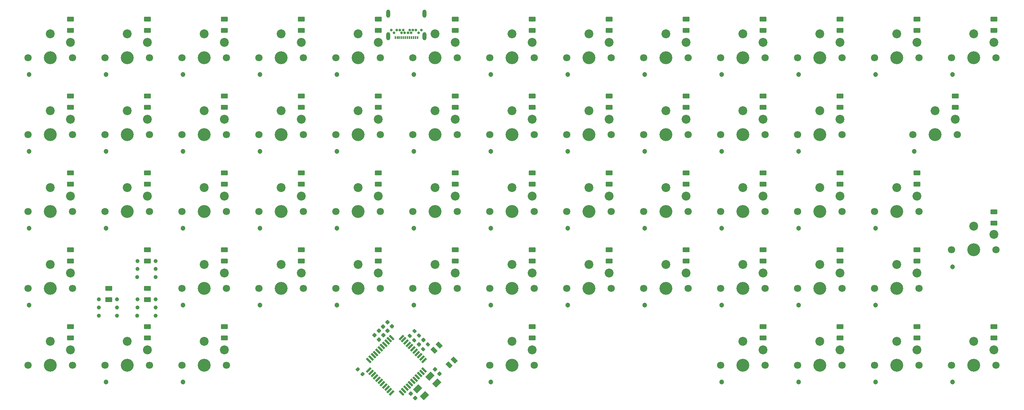
<source format=gbr>
%TF.GenerationSoftware,KiCad,Pcbnew,6.0.2-378541a8eb~116~ubuntu20.04.1*%
%TF.CreationDate,2022-02-22T21:10:34+00:00*%
%TF.ProjectId,Orthodox,4f727468-6f64-46f7-982e-6b696361645f,rev?*%
%TF.SameCoordinates,Original*%
%TF.FileFunction,Soldermask,Bot*%
%TF.FilePolarity,Negative*%
%FSLAX46Y46*%
G04 Gerber Fmt 4.6, Leading zero omitted, Abs format (unit mm)*
G04 Created by KiCad (PCBNEW 6.0.2-378541a8eb~116~ubuntu20.04.1) date 2022-02-22 21:10:34*
%MOMM*%
%LPD*%
G01*
G04 APERTURE LIST*
G04 Aperture macros list*
%AMRoundRect*
0 Rectangle with rounded corners*
0 $1 Rounding radius*
0 $2 $3 $4 $5 $6 $7 $8 $9 X,Y pos of 4 corners*
0 Add a 4 corners polygon primitive as box body*
4,1,4,$2,$3,$4,$5,$6,$7,$8,$9,$2,$3,0*
0 Add four circle primitives for the rounded corners*
1,1,$1+$1,$2,$3*
1,1,$1+$1,$4,$5*
1,1,$1+$1,$6,$7*
1,1,$1+$1,$8,$9*
0 Add four rect primitives between the rounded corners*
20,1,$1+$1,$2,$3,$4,$5,0*
20,1,$1+$1,$4,$5,$6,$7,0*
20,1,$1+$1,$6,$7,$8,$9,0*
20,1,$1+$1,$8,$9,$2,$3,0*%
%AMRotRect*
0 Rectangle, with rotation*
0 The origin of the aperture is its center*
0 $1 length*
0 $2 width*
0 $3 Rotation angle, in degrees counterclockwise*
0 Add horizontal line*
21,1,$1,$2,0,0,$3*%
G04 Aperture macros list end*
%ADD10C,3.200000*%
%ADD11C,1.800000*%
%ADD12C,2.200000*%
%ADD13C,1.200000*%
%ADD14C,1.000000*%
%ADD15RoundRect,0.250000X-0.625000X0.375000X-0.625000X-0.375000X0.625000X-0.375000X0.625000X0.375000X0*%
%ADD16RoundRect,0.200000X0.335876X0.053033X0.053033X0.335876X-0.335876X-0.053033X-0.053033X-0.335876X0*%
%ADD17C,0.650000*%
%ADD18R,0.350000X0.700000*%
%ADD19O,1.000000X2.000000*%
%ADD20RoundRect,0.225000X0.335876X0.017678X0.017678X0.335876X-0.335876X-0.017678X-0.017678X-0.335876X0*%
%ADD21RotRect,1.500000X0.550000X225.000000*%
%ADD22RotRect,1.500000X0.550000X135.000000*%
%ADD23RoundRect,0.225000X-0.017678X0.335876X-0.335876X0.017678X0.017678X-0.335876X0.335876X-0.017678X0*%
%ADD24RoundRect,0.225000X0.017678X-0.335876X0.335876X-0.017678X-0.017678X0.335876X-0.335876X0.017678X0*%
%ADD25RoundRect,0.200000X-0.053033X0.335876X-0.335876X0.053033X0.053033X-0.335876X0.335876X-0.053033X0*%
%ADD26RotRect,1.550000X1.000000X135.000000*%
%ADD27RotRect,1.800000X1.400000X45.000000*%
%ADD28RoundRect,0.225000X-0.335876X-0.017678X-0.017678X-0.335876X0.335876X0.017678X0.017678X0.335876X0*%
G04 APERTURE END LIST*
D10*
%TO.C,SW51*%
X92250000Y-170930000D03*
D11*
X86750000Y-170930000D03*
X97750000Y-170930000D03*
D12*
X92250000Y-165030000D03*
X97250000Y-167130000D03*
%TD*%
D11*
%TO.C,SW2*%
X105800000Y-94730000D03*
X116800000Y-94730000D03*
D13*
X106080000Y-98930000D03*
D10*
X111300000Y-94730000D03*
D12*
X111300000Y-88830000D03*
X116300000Y-90930000D03*
%TD*%
D11*
%TO.C,SW3*%
X135850000Y-94730000D03*
D13*
X125130000Y-98930000D03*
D10*
X130350000Y-94730000D03*
D11*
X124850000Y-94730000D03*
D12*
X130350000Y-88830000D03*
X135350000Y-90930000D03*
%TD*%
D13*
%TO.C,SW4*%
X144180000Y-98930000D03*
D10*
X149400000Y-94730000D03*
D11*
X143900000Y-94730000D03*
X154900000Y-94730000D03*
D12*
X149400000Y-88830000D03*
X154400000Y-90930000D03*
%TD*%
D11*
%TO.C,SW5*%
X173950000Y-94730000D03*
D13*
X163230000Y-98930000D03*
D11*
X162950000Y-94730000D03*
D10*
X168450000Y-94730000D03*
D12*
X168450000Y-88830000D03*
X173450000Y-90930000D03*
%TD*%
D11*
%TO.C,SW6*%
X193000000Y-94730000D03*
D13*
X182280000Y-98930000D03*
D10*
X187500000Y-94730000D03*
D11*
X182000000Y-94730000D03*
D12*
X187500000Y-88830000D03*
X192500000Y-90930000D03*
%TD*%
D11*
%TO.C,SW7*%
X201050000Y-94730000D03*
X212050000Y-94730000D03*
D10*
X206550000Y-94730000D03*
D13*
X201330000Y-98930000D03*
D12*
X206550000Y-88830000D03*
X211550000Y-90930000D03*
%TD*%
D10*
%TO.C,SW8*%
X225600000Y-94730000D03*
D11*
X220100000Y-94730000D03*
X231100000Y-94730000D03*
D13*
X220380000Y-98930000D03*
D12*
X225600000Y-88830000D03*
X230600000Y-90930000D03*
%TD*%
D11*
%TO.C,SW9*%
X250150000Y-94730000D03*
X239150000Y-94730000D03*
D10*
X244650000Y-94730000D03*
D13*
X239430000Y-98930000D03*
D12*
X244650000Y-88830000D03*
X249650000Y-90930000D03*
%TD*%
D11*
%TO.C,SW10*%
X258200000Y-94730000D03*
D10*
X263700000Y-94730000D03*
D13*
X258480000Y-98930000D03*
D11*
X269200000Y-94730000D03*
D12*
X263700000Y-88830000D03*
X268700000Y-90930000D03*
%TD*%
D11*
%TO.C,SW11*%
X277250000Y-94730000D03*
D10*
X282750000Y-94730000D03*
D11*
X288250000Y-94730000D03*
D13*
X277530000Y-98930000D03*
D12*
X282750000Y-88830000D03*
X287750000Y-90930000D03*
%TD*%
D11*
%TO.C,SW12*%
X296300000Y-94730000D03*
D13*
X296580000Y-98930000D03*
D10*
X301800000Y-94730000D03*
D11*
X307300000Y-94730000D03*
D12*
X301800000Y-88830000D03*
X306800000Y-90930000D03*
%TD*%
D10*
%TO.C,SW15*%
X111300000Y-113780000D03*
D11*
X105800000Y-113780000D03*
X116800000Y-113780000D03*
D13*
X106080000Y-117980000D03*
D12*
X111300000Y-107880000D03*
X116300000Y-109980000D03*
%TD*%
D11*
%TO.C,SW16*%
X124850000Y-113780000D03*
X135850000Y-113780000D03*
D10*
X130350000Y-113780000D03*
D13*
X125130000Y-117980000D03*
D12*
X130350000Y-107880000D03*
X135350000Y-109980000D03*
%TD*%
D11*
%TO.C,SW17*%
X154900000Y-113780000D03*
D10*
X149400000Y-113780000D03*
D11*
X143900000Y-113780000D03*
D13*
X144180000Y-117980000D03*
D12*
X149400000Y-107880000D03*
X154400000Y-109980000D03*
%TD*%
D13*
%TO.C,SW18*%
X163230000Y-117980000D03*
D11*
X173950000Y-113780000D03*
D10*
X168450000Y-113780000D03*
D11*
X162950000Y-113780000D03*
D12*
X168450000Y-107880000D03*
X173450000Y-109980000D03*
%TD*%
D11*
%TO.C,SW19*%
X182000000Y-113780000D03*
X193000000Y-113780000D03*
D10*
X187500000Y-113780000D03*
D13*
X182280000Y-117980000D03*
D12*
X187500000Y-107880000D03*
X192500000Y-109980000D03*
%TD*%
D10*
%TO.C,SW20*%
X206550000Y-113780000D03*
D11*
X212050000Y-113780000D03*
X201050000Y-113780000D03*
D13*
X201330000Y-117980000D03*
D12*
X206550000Y-107880000D03*
X211550000Y-109980000D03*
%TD*%
D11*
%TO.C,SW21*%
X231100000Y-113780000D03*
D10*
X225600000Y-113780000D03*
D11*
X220100000Y-113780000D03*
D13*
X220380000Y-117980000D03*
D12*
X225600000Y-107880000D03*
X230600000Y-109980000D03*
%TD*%
D11*
%TO.C,SW22*%
X250150000Y-113780000D03*
D10*
X244650000Y-113780000D03*
D11*
X239150000Y-113780000D03*
D13*
X239430000Y-117980000D03*
D12*
X244650000Y-107880000D03*
X249650000Y-109980000D03*
%TD*%
D13*
%TO.C,SW23*%
X258480000Y-117980000D03*
D11*
X258200000Y-113780000D03*
X269200000Y-113780000D03*
D10*
X263700000Y-113780000D03*
D12*
X263700000Y-107880000D03*
X268700000Y-109980000D03*
%TD*%
D10*
%TO.C,SW27*%
X111300000Y-132830000D03*
D11*
X116800000Y-132830000D03*
X105800000Y-132830000D03*
D13*
X106080000Y-137030000D03*
D12*
X111300000Y-126930000D03*
X116300000Y-129030000D03*
%TD*%
D11*
%TO.C,SW29*%
X143900000Y-132830000D03*
D10*
X149400000Y-132830000D03*
D13*
X144180000Y-137030000D03*
D11*
X154900000Y-132830000D03*
D12*
X149400000Y-126930000D03*
X154400000Y-129030000D03*
%TD*%
D11*
%TO.C,SW30*%
X162950000Y-132830000D03*
D13*
X163230000Y-137030000D03*
D11*
X173950000Y-132830000D03*
D10*
X168450000Y-132830000D03*
D12*
X168450000Y-126930000D03*
X173450000Y-129030000D03*
%TD*%
D10*
%TO.C,SW31*%
X187500000Y-132830000D03*
D11*
X193000000Y-132830000D03*
D13*
X182280000Y-137030000D03*
D11*
X182000000Y-132830000D03*
D12*
X187500000Y-126930000D03*
X192500000Y-129030000D03*
%TD*%
D11*
%TO.C,SW32*%
X212050000Y-132830000D03*
D13*
X201330000Y-137030000D03*
D10*
X206550000Y-132830000D03*
D11*
X201050000Y-132830000D03*
D12*
X206550000Y-126930000D03*
X211550000Y-129030000D03*
%TD*%
D11*
%TO.C,SW33*%
X220100000Y-132830000D03*
D13*
X220380000Y-137030000D03*
D10*
X225600000Y-132830000D03*
D11*
X231100000Y-132830000D03*
D12*
X225600000Y-126930000D03*
X230600000Y-129030000D03*
%TD*%
D10*
%TO.C,SW34*%
X244650000Y-132830000D03*
D11*
X239150000Y-132830000D03*
X250150000Y-132830000D03*
D13*
X239430000Y-137030000D03*
D12*
X244650000Y-126930000D03*
X249650000Y-129030000D03*
%TD*%
D10*
%TO.C,SW35*%
X263700000Y-132830000D03*
D13*
X258480000Y-137030000D03*
D11*
X258200000Y-132830000D03*
X269200000Y-132830000D03*
D12*
X263700000Y-126930000D03*
X268700000Y-129030000D03*
%TD*%
D11*
%TO.C,SW36*%
X277250000Y-132830000D03*
X288250000Y-132830000D03*
D13*
X277530000Y-137030000D03*
D10*
X282750000Y-132830000D03*
D12*
X282750000Y-126930000D03*
X287750000Y-129030000D03*
%TD*%
D11*
%TO.C,SW38*%
X315350000Y-142355000D03*
X326350000Y-142355000D03*
D13*
X315630000Y-146555000D03*
D10*
X320850000Y-142355000D03*
D12*
X320850000Y-136455000D03*
X325850000Y-138555000D03*
%TD*%
D11*
%TO.C,SW42*%
X143900000Y-151880000D03*
D13*
X144180000Y-156080000D03*
D11*
X154900000Y-151880000D03*
D10*
X149400000Y-151880000D03*
D12*
X149400000Y-145980000D03*
X154400000Y-148080000D03*
%TD*%
D13*
%TO.C,SW44*%
X182280000Y-156080000D03*
D10*
X187500000Y-151880000D03*
D11*
X193000000Y-151880000D03*
X182000000Y-151880000D03*
D12*
X187500000Y-145980000D03*
X192500000Y-148080000D03*
%TD*%
D13*
%TO.C,SW45*%
X201330000Y-156080000D03*
D10*
X206550000Y-151880000D03*
D11*
X212050000Y-151880000D03*
X201050000Y-151880000D03*
D12*
X206550000Y-145980000D03*
X211550000Y-148080000D03*
%TD*%
D11*
%TO.C,SW46*%
X220100000Y-151880000D03*
D13*
X220380000Y-156080000D03*
D11*
X231100000Y-151880000D03*
D10*
X225600000Y-151880000D03*
D12*
X225600000Y-145980000D03*
X230600000Y-148080000D03*
%TD*%
D10*
%TO.C,SW47*%
X244650000Y-151880000D03*
D11*
X239150000Y-151880000D03*
X250150000Y-151880000D03*
D13*
X239430000Y-156080000D03*
D12*
X244650000Y-145980000D03*
X249650000Y-148080000D03*
%TD*%
D11*
%TO.C,SW48*%
X258200000Y-151880000D03*
D10*
X263700000Y-151880000D03*
D13*
X258480000Y-156080000D03*
D11*
X269200000Y-151880000D03*
D12*
X263700000Y-145980000D03*
X268700000Y-148080000D03*
%TD*%
D11*
%TO.C,SW49*%
X277250000Y-151880000D03*
D10*
X282750000Y-151880000D03*
D13*
X277530000Y-156080000D03*
D11*
X288250000Y-151880000D03*
D12*
X282750000Y-145980000D03*
X287750000Y-148080000D03*
%TD*%
D14*
%TO.C,SW53*%
X104290000Y-154632500D03*
X104290000Y-156632500D03*
X104280000Y-158632500D03*
X108780000Y-154632500D03*
X108780000Y-156632500D03*
X108780000Y-158632500D03*
%TD*%
D11*
%TO.C,SW58*%
X277250000Y-170930000D03*
D10*
X282750000Y-170930000D03*
D13*
X277530000Y-175130000D03*
D11*
X288250000Y-170930000D03*
D12*
X282750000Y-165030000D03*
X287750000Y-167130000D03*
%TD*%
D11*
%TO.C,SW59*%
X307300000Y-170930000D03*
D10*
X301800000Y-170930000D03*
D13*
X296580000Y-175130000D03*
D11*
X296300000Y-170930000D03*
D12*
X301800000Y-165030000D03*
X306800000Y-167130000D03*
%TD*%
D13*
%TO.C,SW28*%
X125130000Y-137030000D03*
D11*
X124850000Y-132830000D03*
X135850000Y-132830000D03*
D10*
X130350000Y-132830000D03*
D12*
X130350000Y-126930000D03*
X135350000Y-129030000D03*
%TD*%
D11*
%TO.C,SW1*%
X97750000Y-94730000D03*
D13*
X87030000Y-98930000D03*
D10*
X92250000Y-94730000D03*
D11*
X86750000Y-94730000D03*
D12*
X92250000Y-88830000D03*
X97250000Y-90930000D03*
%TD*%
D11*
%TO.C,SW13*%
X326350000Y-94730000D03*
D10*
X320850000Y-94730000D03*
D13*
X315630000Y-98930000D03*
D11*
X315350000Y-94730000D03*
D12*
X320850000Y-88830000D03*
X325850000Y-90930000D03*
%TD*%
D11*
%TO.C,SW14*%
X97750000Y-113780000D03*
X86750000Y-113780000D03*
D13*
X87030000Y-117980000D03*
D10*
X92250000Y-113780000D03*
D12*
X92250000Y-107880000D03*
X97250000Y-109980000D03*
%TD*%
D11*
%TO.C,SW25*%
X316825000Y-113780000D03*
D10*
X311325000Y-113780000D03*
D11*
X305825000Y-113780000D03*
D13*
X306105000Y-117980000D03*
D12*
X311325000Y-107880000D03*
X316325000Y-109980000D03*
%TD*%
D11*
%TO.C,SW24*%
X277250000Y-113780000D03*
X288250000Y-113780000D03*
D13*
X277530000Y-117980000D03*
D10*
X282750000Y-113780000D03*
D12*
X282750000Y-107880000D03*
X287750000Y-109980000D03*
%TD*%
D10*
%TO.C,SW26*%
X92250000Y-132830000D03*
D11*
X97750000Y-132830000D03*
D13*
X87030000Y-137030000D03*
D11*
X86750000Y-132830000D03*
D12*
X92250000Y-126930000D03*
X97250000Y-129030000D03*
%TD*%
D11*
%TO.C,SW37*%
X296300000Y-132830000D03*
D10*
X301800000Y-132830000D03*
D11*
X307300000Y-132830000D03*
D13*
X296580000Y-137030000D03*
D12*
X301800000Y-126930000D03*
X306800000Y-129030000D03*
%TD*%
D13*
%TO.C,SW39*%
X87030000Y-156080000D03*
D10*
X92250000Y-151880000D03*
D11*
X97750000Y-151880000D03*
X86750000Y-151880000D03*
D12*
X92250000Y-145980000D03*
X97250000Y-148080000D03*
%TD*%
D11*
%TO.C,SW50*%
X296300000Y-151880000D03*
X307300000Y-151880000D03*
D13*
X296580000Y-156080000D03*
D10*
X301800000Y-151880000D03*
D12*
X301800000Y-145980000D03*
X306800000Y-148080000D03*
%TD*%
D10*
%TO.C,SW43*%
X168450000Y-151880000D03*
D11*
X162950000Y-151880000D03*
X173950000Y-151880000D03*
D13*
X163230000Y-156080000D03*
D12*
X168450000Y-145980000D03*
X173450000Y-148080000D03*
%TD*%
D13*
%TO.C,SW41*%
X125130000Y-156080000D03*
D11*
X124850000Y-151880000D03*
X135850000Y-151880000D03*
D10*
X130350000Y-151880000D03*
D12*
X130350000Y-145980000D03*
X135350000Y-148080000D03*
%TD*%
D11*
%TO.C,SW55*%
X135850000Y-170930000D03*
X124850000Y-170930000D03*
D10*
X130350000Y-170930000D03*
D13*
X125130000Y-175130000D03*
D12*
X130350000Y-165030000D03*
X135350000Y-167130000D03*
%TD*%
D10*
%TO.C,SW52*%
X111300000Y-170930000D03*
D11*
X105800000Y-170930000D03*
X116800000Y-170930000D03*
D13*
X106080000Y-175130000D03*
D12*
X111300000Y-165030000D03*
X116300000Y-167130000D03*
%TD*%
D13*
%TO.C,SW57*%
X258480000Y-175130000D03*
D11*
X258200000Y-170930000D03*
X269200000Y-170930000D03*
D10*
X263700000Y-170930000D03*
D12*
X263700000Y-165030000D03*
X268700000Y-167130000D03*
%TD*%
D11*
%TO.C,SW60*%
X326350000Y-170930000D03*
D10*
X320850000Y-170930000D03*
D11*
X315350000Y-170930000D03*
D13*
X315630000Y-175130000D03*
D12*
X320850000Y-165030000D03*
X325850000Y-167130000D03*
%TD*%
D14*
%TO.C,SW40*%
X113812500Y-145107500D03*
X113812500Y-147107500D03*
X113802500Y-149107500D03*
X118302500Y-145107500D03*
X118302500Y-147107500D03*
X118302500Y-149107500D03*
%TD*%
%TO.C,SW54*%
X113812500Y-154632500D03*
X113812500Y-156632500D03*
X113802500Y-158632500D03*
X118302500Y-154632500D03*
X118302500Y-156632500D03*
X118302500Y-158632500D03*
%TD*%
D10*
%TO.C,SW56*%
X206550000Y-170930000D03*
D13*
X201330000Y-175130000D03*
D11*
X201050000Y-170930000D03*
X212050000Y-170930000D03*
D12*
X206550000Y-165030000D03*
X211550000Y-167130000D03*
%TD*%
D15*
%TO.C,D1*%
X97250000Y-85170000D03*
X97250000Y-87970000D03*
%TD*%
%TO.C,D6*%
X116300000Y-85170000D03*
X116300000Y-87970000D03*
%TD*%
%TO.C,D5*%
X116300000Y-161405000D03*
X116300000Y-164205000D03*
%TD*%
%TO.C,D9*%
X116300000Y-142355000D03*
X116300000Y-145155000D03*
%TD*%
%TO.C,D16*%
X154400000Y-85170000D03*
X154400000Y-87970000D03*
%TD*%
%TO.C,D27*%
X192500000Y-104237500D03*
X192500000Y-107037500D03*
%TD*%
%TO.C,D57*%
X316320000Y-104237500D03*
X316320000Y-107037500D03*
%TD*%
%TO.C,D54*%
X306800000Y-142355000D03*
X306800000Y-145155000D03*
%TD*%
%TO.C,D24*%
X173450000Y-142355000D03*
X173450000Y-145155000D03*
%TD*%
%TO.C,D14*%
X135350000Y-142355000D03*
X135350000Y-145155000D03*
%TD*%
%TO.C,D59*%
X97250000Y-161405000D03*
X97250000Y-164205000D03*
%TD*%
%TO.C,D20*%
X135350000Y-161405000D03*
X135350000Y-164205000D03*
%TD*%
%TO.C,D2*%
X97250000Y-104237500D03*
X97250000Y-107037500D03*
%TD*%
%TO.C,D3*%
X97250000Y-123305000D03*
X97250000Y-126105000D03*
%TD*%
%TO.C,D7*%
X116300000Y-104237500D03*
X116300000Y-107037500D03*
%TD*%
%TO.C,D8*%
X116300000Y-123305000D03*
X116300000Y-126105000D03*
%TD*%
%TO.C,D11*%
X135350000Y-85170000D03*
X135350000Y-87970000D03*
%TD*%
%TO.C,D12*%
X135350000Y-104237500D03*
X135350000Y-107037500D03*
%TD*%
%TO.C,D13*%
X135350000Y-123305000D03*
X135350000Y-126105000D03*
%TD*%
%TO.C,D15*%
X116300000Y-151880000D03*
X116300000Y-154680000D03*
%TD*%
%TO.C,D17*%
X154400000Y-104237500D03*
X154400000Y-107037500D03*
%TD*%
%TO.C,D18*%
X154400000Y-123305000D03*
X154400000Y-126105000D03*
%TD*%
%TO.C,D19*%
X154400000Y-142355000D03*
X154400000Y-145155000D03*
%TD*%
%TO.C,D21*%
X173450000Y-85170000D03*
X173450000Y-87970000D03*
%TD*%
%TO.C,D22*%
X173450000Y-104237500D03*
X173450000Y-107037500D03*
%TD*%
%TO.C,D23*%
X173450000Y-123305000D03*
X173450000Y-126105000D03*
%TD*%
%TO.C,D25*%
X211550000Y-161405000D03*
X211550000Y-164205000D03*
%TD*%
%TO.C,D26*%
X192500000Y-85170000D03*
X192500000Y-87970000D03*
%TD*%
%TO.C,D28*%
X192500000Y-123305000D03*
X192500000Y-126105000D03*
%TD*%
%TO.C,D29*%
X192500000Y-142355000D03*
X192500000Y-145155000D03*
%TD*%
%TO.C,D30*%
X211550000Y-85170000D03*
X211550000Y-87970000D03*
%TD*%
%TO.C,D31*%
X211550000Y-104237500D03*
X211550000Y-107037500D03*
%TD*%
%TO.C,D32*%
X211550000Y-123305000D03*
X211550000Y-126105000D03*
%TD*%
%TO.C,D33*%
X211550000Y-142355000D03*
X211550000Y-145155000D03*
%TD*%
%TO.C,D34*%
X230600000Y-85170000D03*
X230600000Y-87970000D03*
%TD*%
%TO.C,D35*%
X230600000Y-104237500D03*
X230600000Y-107037500D03*
%TD*%
%TO.C,D36*%
X230600000Y-123305000D03*
X230600000Y-126105000D03*
%TD*%
%TO.C,D37*%
X230600000Y-142355000D03*
X230600000Y-145155000D03*
%TD*%
%TO.C,D38*%
X249650000Y-85170000D03*
X249650000Y-87970000D03*
%TD*%
%TO.C,D39*%
X249650000Y-104237500D03*
X249650000Y-107037500D03*
%TD*%
%TO.C,D40*%
X249650000Y-123305000D03*
X249650000Y-126105000D03*
%TD*%
%TO.C,D41*%
X249650000Y-142355000D03*
X249650000Y-145155000D03*
%TD*%
%TO.C,D42*%
X268700000Y-85170000D03*
X268700000Y-87970000D03*
%TD*%
%TO.C,D43*%
X268700000Y-104237500D03*
X268700000Y-107037500D03*
%TD*%
%TO.C,D44*%
X268700000Y-123305000D03*
X268700000Y-126105000D03*
%TD*%
%TO.C,D45*%
X268700000Y-142355000D03*
X268700000Y-145155000D03*
%TD*%
%TO.C,D46*%
X268700000Y-161405000D03*
X268700000Y-164205000D03*
%TD*%
%TO.C,D47*%
X287750000Y-85170000D03*
X287750000Y-87970000D03*
%TD*%
%TO.C,D48*%
X287750000Y-104237500D03*
X287750000Y-107037500D03*
%TD*%
%TO.C,D49*%
X287750000Y-123305000D03*
X287750000Y-126105000D03*
%TD*%
%TO.C,D50*%
X287750000Y-142355000D03*
X287750000Y-145155000D03*
%TD*%
%TO.C,D51*%
X287750000Y-161405000D03*
X287750000Y-164205000D03*
%TD*%
%TO.C,D52*%
X306800000Y-85170000D03*
X306800000Y-87970000D03*
%TD*%
%TO.C,D53*%
X306800000Y-123305000D03*
X306800000Y-126105000D03*
%TD*%
%TO.C,D55*%
X306800000Y-161405000D03*
X306800000Y-164205000D03*
%TD*%
%TO.C,D56*%
X325850000Y-85170000D03*
X325850000Y-87970000D03*
%TD*%
%TO.C,D58*%
X325850000Y-132934999D03*
X325850000Y-135734999D03*
%TD*%
%TO.C,D60*%
X325850000Y-161405000D03*
X325850000Y-164205000D03*
%TD*%
%TO.C,D4*%
X97250000Y-142355000D03*
X97250000Y-145155000D03*
%TD*%
%TO.C,D10*%
X106775000Y-151880000D03*
X106775000Y-154680000D03*
%TD*%
D16*
%TO.C,R2*%
X169536726Y-173136726D03*
X168370000Y-171970000D03*
%TD*%
D17*
%TO.C,J1*%
X176685000Y-87910000D03*
X184135000Y-87910000D03*
D18*
X177660000Y-89730000D03*
X178160000Y-89730000D03*
X178660000Y-89730000D03*
X179160000Y-89730000D03*
X179660000Y-89730000D03*
X180160000Y-89730000D03*
X180660000Y-89730000D03*
X181160000Y-89730000D03*
X181660000Y-89730000D03*
X182160000Y-89730000D03*
X182660000Y-89730000D03*
X183160000Y-89730000D03*
D17*
X183460000Y-88610000D03*
X182810000Y-87910000D03*
X182010000Y-87910000D03*
X181610000Y-88610000D03*
X181210000Y-87910000D03*
X180810000Y-88610000D03*
X180010000Y-88610000D03*
X179610000Y-87910000D03*
X179210000Y-88610000D03*
X178810000Y-87910000D03*
X178010000Y-87910000D03*
X177360000Y-88610000D03*
D19*
X175910000Y-89410000D03*
X184910000Y-89410000D03*
X175910000Y-83810000D03*
X184910000Y-83810000D03*
%TD*%
D20*
%TO.C,C2*%
X188588008Y-173098008D03*
X187491992Y-172001992D03*
%TD*%
D21*
%TO.C,U1*%
X179172082Y-164071064D03*
X179737767Y-164636750D03*
X180303452Y-165202435D03*
X180869138Y-165768120D03*
X181434823Y-166333806D03*
X182000509Y-166899491D03*
X182566194Y-167465177D03*
X183131880Y-168030862D03*
X183697565Y-168596548D03*
X184263250Y-169162233D03*
X184828936Y-169727918D03*
D22*
X184828936Y-172132082D03*
X184263250Y-172697767D03*
X183697565Y-173263452D03*
X183131880Y-173829138D03*
X182566194Y-174394823D03*
X182000509Y-174960509D03*
X181434823Y-175526194D03*
X180869138Y-176091880D03*
X180303452Y-176657565D03*
X179737767Y-177223250D03*
X179172082Y-177788936D03*
D21*
X176767918Y-177788936D03*
X176202233Y-177223250D03*
X175636548Y-176657565D03*
X175070862Y-176091880D03*
X174505177Y-175526194D03*
X173939491Y-174960509D03*
X173373806Y-174394823D03*
X172808120Y-173829138D03*
X172242435Y-173263452D03*
X171676750Y-172697767D03*
X171111064Y-172132082D03*
D22*
X171111064Y-169727918D03*
X171676750Y-169162233D03*
X172242435Y-168596548D03*
X172808120Y-168030862D03*
X173373806Y-167465177D03*
X173939491Y-166899491D03*
X174505177Y-166333806D03*
X175070862Y-165768120D03*
X175636548Y-165202435D03*
X176202233Y-164636750D03*
X176767918Y-164071064D03*
%TD*%
D23*
%TO.C,C4*%
X174688008Y-163521992D03*
X173591992Y-164618008D03*
%TD*%
%TO.C,C7*%
X173588008Y-162401992D03*
X172491992Y-163498008D03*
%TD*%
D24*
%TO.C,C6*%
X175764332Y-162430348D03*
X176860348Y-161334332D03*
%TD*%
D25*
%TO.C,R4*%
X182433363Y-162476637D03*
X181266637Y-163643363D03*
%TD*%
D26*
%TO.C,SW61*%
X191008668Y-170903643D03*
X187296357Y-167191332D03*
X188498438Y-165989251D03*
X192210749Y-169701562D03*
%TD*%
D24*
%TO.C,C5*%
X174674331Y-161340347D03*
X175770347Y-160244331D03*
%TD*%
D25*
%TO.C,R1*%
X185743363Y-165776637D03*
X184576637Y-166943363D03*
%TD*%
D27*
%TO.C,Y1*%
X183160000Y-176750000D03*
X186271270Y-173638730D03*
X187968326Y-175335786D03*
X184857056Y-178447056D03*
%TD*%
D28*
%TO.C,C3*%
X181521992Y-177961992D03*
X182618008Y-179058008D03*
%TD*%
D25*
%TO.C,R3*%
X183543363Y-163586637D03*
X182376637Y-164753363D03*
%TD*%
D24*
%TO.C,C1*%
X183511992Y-165808008D03*
X184608008Y-164711992D03*
%TD*%
M02*

</source>
